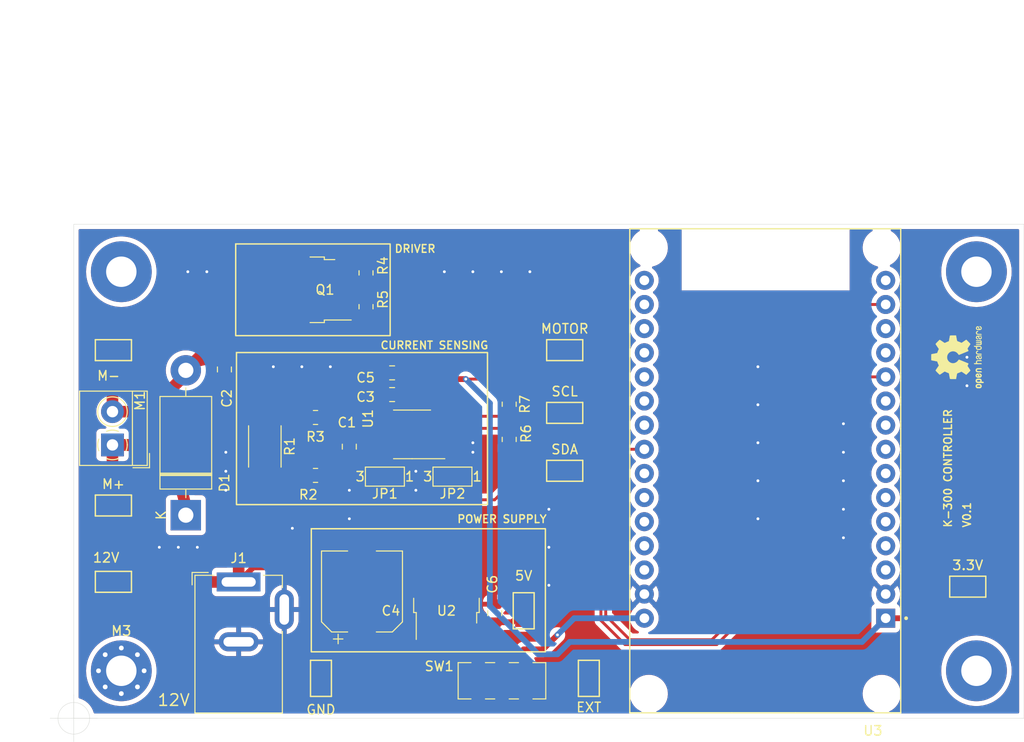
<source format=kicad_pcb>
(kicad_pcb (version 20211014) (generator pcbnew)
  (title_block (rev "1"))
  (layers (0 "F.Cu" signal "Front") (1 "In1.Cu" signal) (2 "In2.Cu" signal) (31 "B.Cu" signal "Back") (34 "B.Paste" user) (35 "F.Paste" user) (36 "B.SilkS" user "B.Silkscreen") (37 "F.SilkS" user "F.Silkscreen") (38 "B.Mask" user) (39 "F.Mask" user) (44 "Edge.Cuts" user))
  (net 0 "")
  (net 1 "Net-(C1-Pad1)")
  (net 2 "Net-(C1-Pad2)")
  (net 3 "Net-(C2-Pad1)")
  (net 4 "Net-(C2-Pad2)")
  (net 5 "GND")
  (net 6 "+3V3")
  (net 7 "+12V")
  (net 8 "+5V")
  (net 9 "Net-(JP1-Pad2)")
  (net 10 "Net-(JP2-Pad2)")
  (net 11 "Net-(Q1-Pad1)")
  (net 12 "/MOTOR")
  (net 13 "/SDA")
  (net 14 "/SCL")
  (net 15 "Net-(SW1-Pad1)")
  (net 16 "Net-(SW1-Pad2)")
  (footprint "Package_TO_SOT_SMD:TO-252-2" (layer "F.Cu") (at 109.22 136.398 90)
    (fp_text reference "U2")
    (fp_text value "MC78M05_TO252")
  )
  (footprint "Capacitor_SMD:C_0805_2012Metric" (layer "F.Cu") (at 85.852 113.284 90)
    (fp_text reference "C2")
    (fp_text value "1uF")
  )
  (footprint "Connector_BarrelJack:BarrelJack_GCT_DCJ200-10-A_Horizontal" (layer "F.Cu") (at 87.35 135.65)
    (fp_text reference "J1")
    (fp_text value "Barrel_Jack_Switch")
  )
  (footprint "TestPoint:TestPoint_Keystone_5015_Micro-Minature" (layer "F.Cu") (at 164.084 136.144)
    (fp_text reference "3.3V")
    (fp_text value "TestPoint")
  )
  (footprint "Capacitor_SMD:C_0805_2012Metric" (layer "F.Cu") (at 114.3 138.938 90)
    (fp_text reference "C6")
    (fp_text value "0.1uF")
  )
  (footprint "TestPoint:TestPoint_Keystone_5015_Micro-Minature" (layer "F.Cu") (at 117.348 138.684 90)
    (fp_text reference "5V")
    (fp_text value "TestPoint")
  )
  (footprint "TestPoint:TestPoint_Keystone_5015_Micro-Minature" (layer "F.Cu") (at 74.168 111.252)
    (fp_text reference "M-")
    (fp_text value "TestPoint")
  )
  (footprint "Jumper:SolderJumper-3_P1.3mm_Bridged12_Pad1.0x1.5mm_NumberLabels" (layer "F.Cu") (at 102.74 124.5635 180)
    (fp_text reference "JP1")
    (fp_text value "SolderJumper_3_Bridged12")
  )
  (footprint "MountingHole:MountingHole_3.2mm_M3_Pad_Via" (layer "F.Cu") (at 75 145)
    (fp_text reference "M3")
    (fp_text value "MountingHole_3.2mm_M3_Pad_Via")
  )
  (footprint "Resistor_SMD:R_0805_2012Metric" (layer "F.Cu") (at 115.824 116.9435 -90)
    (fp_text reference "R7")
    (fp_text value "4.7K")
  )
  (footprint "Symbol:OSHW-Logo2_7.3x6mm_Copper" (layer "F.Cu") (at 163 112 90)
    (fp_text reference "REF**" hide)
    (fp_text value "OSHW-Logo2_7.3x6mm_Copper" hide)
  )
  (footprint "Resistor_SMD:R_0805_2012Metric" (layer "F.Cu") (at 95.439 118.3405 180)
    (fp_text reference "R3")
    (fp_text value "0")
  )
  (footprint "TestPoint:TestPoint_Keystone_5015_Micro-Minature" (layer "F.Cu") (at 96.012 145.796 90)
    (fp_text reference "GND")
    (fp_text value "TestPoint")
  )
  (footprint "TestPoint:TestPoint_Keystone_5015_Micro-Minature" (layer "F.Cu") (at 121.666 123.952)
    (fp_text reference "SDA")
    (fp_text value "TestPoint")
  )
  (footprint "Capacitor_SMD:C_0805_2012Metric" (layer "F.Cu") (at 98.995 121.412 -90)
    (fp_text reference "C1")
    (fp_text value "DNP")
  )
  (footprint "Capacitor_SMD:C_0805_2012Metric" (layer "F.Cu") (at 103.502 115.9275 180)
    (fp_text reference "C3")
    (fp_text value "1uF")
  )
  (footprint "TestPoint:TestPoint_Keystone_5015_Micro-Minature" (layer "F.Cu") (at 74.168 127.604)
    (fp_text reference "M+")
    (fp_text value "TestPoint")
  )
  (footprint "Button_Switch_SMD:SW_DPDT_CK_JS202011JCQN" (layer "F.Cu") (at 115.062 146.05 180)
    (fp_text reference "SW1")
    (fp_text value "SW_DPDT_x2")
  )
  (footprint "" (layer "F.Cu") (at 75 103)
    (fp_text reference "")
    (fp_text value "")
  )
  (footprint "TestPoint:TestPoint_Keystone_5015_Micro-Minature" (layer "F.Cu") (at 74.168 135.636)
    (fp_text reference "12V")
    (fp_text value "TestPoint")
  )
  (footprint "Resistor_SMD:R_0805_2012Metric" (layer "F.Cu") (at 100.755 106.679 90)
    (fp_text reference "R5")
    (fp_text value "0")
  )
  (footprint "Package_TO_SOT_SMD:TO-252-2" (layer "F.Cu") (at 93.897 104.901 180)
    (fp_text reference "Q1")
    (fp_text value "STD7NK40Z")
  )
  (footprint "Resistor_SMD:R_0805_2012Metric" (layer "F.Cu") (at 95.439 124.4365 180)
    (fp_text reference "R2")
    (fp_text value "0")
  )
  (footprint "TestPoint:TestPoint_Keystone_5015_Micro-Minature" (layer "F.Cu") (at 121.666 117.856)
    (fp_text reference "SCL")
    (fp_text value "TestPoint")
  )
  (footprint "TerminalBlock_4Ucon:TerminalBlock_4Ucon_1x02_P3.50mm_Horizontal" (layer "F.Cu") (at 74.068 121.226 90)
    (fp_text reference "M1")
    (fp_text value "Motor_DC")
  )
  (footprint "TestPoint:TestPoint_Keystone_5015_Micro-Minature" (layer "F.Cu") (at 121.666 111.252)
    (fp_text reference "MOTOR")
    (fp_text value "TestPoint")
  )
  (footprint "Symbol:OSHW-Logo2_7.3x6mm_SilkScreen" (layer "F.Cu") (at 163 112 90)
    (fp_text reference "REF**" hide)
    (fp_text value "OSHW-Logo2_7.3x6mm_SilkScreen" hide)
  )
  (footprint "" (layer "F.Cu") (at 165 103)
    (fp_text reference "")
    (fp_text value "")
  )
  (footprint "TestPoint:TestPoint_Keystone_5015_Micro-Minature" (layer "F.Cu") (at 124.206 145.796 90)
    (fp_text reference "EXT")
    (fp_text value "TestPoint")
  )
  (footprint "Package_SO:SOIC-8_3.9x4.9mm_P1.27mm" (layer "F.Cu") (at 105.599 120.1185 180)
    (fp_text reference "U1")
    (fp_text value "INA219AxD")
  )
  (footprint "esp32:MODULE_ESP32_DEVKIT_V1" (layer "F.Cu") (at 142.748 123.952 180)
    (fp_text reference "U3")
    (fp_text value "ESP32-DEVKIT-V1")
  )
  (footprint "Capacitor_SMD:CP_Elec_8x10" (layer "F.Cu") (at 100.33 136.652 90)
    (fp_text reference "C4")
    (fp_text value "100uF")
  )
  (footprint "Resistor_SMD:R_0805_2012Metric" (layer "F.Cu") (at 100.755 103.123 90)
    (fp_text reference "R4")
    (fp_text value "10k")
  )
  (footprint "" (layer "F.Cu") (at 165 145)
    (fp_text reference "")
    (fp_text value "")
  )
  (footprint "Diode_THT:D_DO-201AD_P15.24mm_Horizontal" (layer "F.Cu") (at 81.788 128.62 90)
    (fp_text reference "D1")
    (fp_text value "1N5401")
  )
  (footprint "Resistor_SMD:R_2512_6332Metric" (layer "F.Cu") (at 90.105 121.3885 -90)
    (fp_text reference "R1")
    (fp_text value "R100")
  )
  (footprint "Capacitor_SMD:C_0805_2012Metric" (layer "F.Cu") (at 103.502 113.6415 180)
    (fp_text reference "C5")
    (fp_text value "0.1uF")
  )
  (footprint "Resistor_SMD:R_0805_2012Metric" (layer "F.Cu") (at 115.824 120.65 90)
    (fp_text reference "R6")
    (fp_text value "4.7K")
  )
  (footprint "Jumper:SolderJumper-3_P1.3mm_Bridged12_Pad1.0x1.5mm_NumberLabels" (layer "F.Cu") (at 109.852 124.5635 180)
    (fp_text reference "JP2")
    (fp_text value "SolderJumper_3_Bridged12")
  )
  (gr_rect (start 94.996 130.048) (end 119.634 143.002) (layer "F.SilkS") (width 0.1524) (fill none))
  (gr_rect (start 87.039 100.075) (end 103.295 109.727) (layer "F.SilkS") (width 0.1524) (fill none))
  (gr_rect (start 87.122 111.506) (end 113.538 127.508) (layer "F.SilkS") (width 0.1524) (fill none))
  (gr_rect (start 70 150) (end 170 98) (layer "Edge.Cuts") (width 0.0381) (fill none))
  (gr_text "CURRENT SENSING" (at 107.95 110.744) (layer "F.SilkS") (effects (font (size 0.8128 0.8128) (thickness 0.1524))))
  (gr_text "DRIVER" (at 105.918 100.584) (layer "F.SilkS") (effects (font (size 0.8128 0.8128) (thickness 0.1524))))
  (gr_text "K-300 CONTROLLER" (at 162 130 90) (layer "F.SilkS") (effects (font (size 0.8128 0.8128) (thickness 0.1524)) (justify left)))
  (gr_text "POWER SUPPLY" (at 115.062 129.032) (layer "F.SilkS") (effects (font (size 0.8128 0.8128) (thickness 0.1524))))
  (gr_text "V0.1" (at 164 130 90) (layer "F.SilkS") (effects (font (size 0.8128 0.8128) (thickness 0.1524)) (justify left)))
  (gr_text "12V" (at 80.518 148.082) (layer "F.SilkS") (effects (font (size 1.2192 1.2192) (thickness 0.1524))))
  (target plus (at 70 150) (size 5) (width 0.0381) (layer "Edge.Cuts"))
  (segment (start 96.60818 118.96018) (end 97.028 119.38) (width 0.6096) (layer "F.Cu") (net 1))
  (segment (start 100.343922 120.7535) (end 103.124 120.7535) (width 0.6096) (layer "F.Cu") (net 1))
  (arc (start 96.3515 118.3405) (mid 96.418209 118.675868) (end 96.60818 118.96018) (width 0.6096) (layer "F.Cu") (net 1))
  (arc (start 97.028 119.38) (mid 98.549358 120.396539) (end 100.343922 120.7535) (width 0.6096) (layer "F.Cu") (net 1))
  (segment (start 96.574946 123.897055) (end 97.028 123.444) (width 0.6096) (layer "F.Cu") (net 2))
  (segment (start 100.45739 122.0235) (end 103.124 122.0235) (width 0.6096) (layer "F.Cu") (net 2))
  (arc (start 97.028 123.444) (mid 98.601417 122.392676) (end 100.45739 122.0235) (width 0.6096) (layer "F.Cu") (net 2))
  (arc (start 96.3515 124.4365) (mid 96.409572 124.144554) (end 96.574946 123.897055) (width 0.6096) (layer "F.Cu") (net 2))
  (segment (start 84.704369 118.426) (end 90.105 118.426) (width 1.2192) (layer "F.Cu") (net 3))
  (segment (start 74.068 121.226) (end 74.068 127.362579) (width 1.2192) (layer "F.Cu") (net 3))
  (segment (start 94.5265 118.3405) (end 90.1905 118.3405) (width 0.6096) (layer "F.Cu") (net 3))
  (segment (start 74.068 121.226) (end 77.944573 121.226) (width 1.2192) (layer "F.Cu") (net 3))
  (segment (start 84.907305 116.514694) (end 81.788 119.634) (width 0.9144) (layer "F.Cu") (net 3))
  (segment (start 74.068 121.226) (end 75.119695 121.226) (width 1.2192) (layer "F.Cu") (net 3))
  (segment (start 79.248 122.936) (end 79.564856 123.252856) (width 1.2192) (layer "F.Cu") (net 3))
  (segment (start 90.1905 118.3405) (end 90.105 118.426) (width 0.6096) (layer "F.Cu") (net 3))
  (arc (start 74.068 127.362579) (mid 74.093989 127.493235) (end 74.168 127.604) (width 1.2192) (layer "F.Cu") (net 3))
  (arc (start 79.564856 123.252856) (mid 81.210224 125.715323) (end 81.788 128.62) (width 1.2192) (layer "F.Cu") (net 3))
  (arc (start 85.852 114.234) (mid 85.606482 115.468303) (end 84.907305 116.514694) (width 0.9144) (layer "F.Cu") (net 3))
  (arc (start 75.119695 121.226) (mid 77.353917 121.670415) (end 79.248 122.936) (width 1.2192) (layer "F.Cu") (net 3))
  (arc (start 81.788 119.634) (mid 83.126041 118.739949) (end 84.704369 118.426) (width 1.2192) (layer "F.Cu") (net 3))
  (arc (start 77.944573 121.226) (mid 80.024621 120.812252) (end 81.788 119.634) (width 1.2192) (layer "F.Cu") (net 3))
  (segment (start 74.068 117.726) (end 74.068 111.493421) (width 1.2192) (layer "F.Cu") (net 4))
  (segment (start 85.852 112.334) (end 84.313267 112.334) (width 0.9144) (layer "F.Cu") (net 4))
  (segment (start 78.74 116.84) (end 81.496671 114.083329) (width 1.2192) (layer "F.Cu") (net 4))
  (segment (start 89.185126 105.982873) (end 81.788 113.38) (width 1.2192) (layer "F.Cu") (net 4))
  (segment (start 74.068 117.726) (end 76.601007 117.726) (width 1.2192) (layer "F.Cu") (net 4))
  (arc (start 76.601007 117.726) (mid 77.758622 117.495736) (end 78.74 116.84) (width 1.2192) (layer "F.Cu") (net 4))
  (arc (start 81.496671 114.083329) (mid 81.712286 113.760639) (end 81.788 113.38) (width 1.2192) (layer "F.Cu") (net 4))
  (arc (start 91.797 104.901) (mid 90.383464 105.18217) (end 89.185126 105.982873) (width 1.2192) (layer "F.Cu") (net 4))
  (arc (start 74.068 111.493421) (mid 74.093989 111.362765) (end 74.168 111.252) (width 1.2192) (layer "F.Cu") (net 4))
  (arc (start 84.313267 112.334) (mid 82.946603 112.605846) (end 81.788 113.38) (width 0.9144) (layer "F.Cu") (net 4))
  (segment (start 100.755 102.2105) (end 99.088034 102.2105) (width 0.9144) (layer "F.Cu") (net 5))
  (via (at 84 103) (size 0.6) (drill 0.3) (layers "F.Cu" "B.Cu") (net 5))
  (via (at 142 113) (size 0.6) (drill 0.3) (layers "F.Cu" "B.Cu") (net 5))
  (via (at 120 128) (size 0.6) (drill 0.3) (layers "F.Cu" "B.Cu") (net 5))
  (via (at 81 132) (size 0.6) (drill 0.3) (layers "F.Cu" "B.Cu") (net 5))
  (via (at 115 103) (size 0.6) (drill 0.3) (layers "F.Cu" "B.Cu") (net 5))
  (via (at 82 103) (size 0.6) (drill 0.3) (layers "F.Cu" "B.Cu") (net 5))
  (via (at 86 124) (size 0.6) (drill 0.3) (layers "F.Cu" "B.Cu") (net 5))
  (via (at 142 129) (size 0.6) (drill 0.3) (layers "F.Cu" "B.Cu") (net 5))
  (via (at 151 125) (size 0.6) (drill 0.3) (layers "F.Cu" "B.Cu") (net 5))
  (via (at 112 103) (size 0.6) (drill 0.3) (layers "F.Cu" "B.Cu") (net 5))
  (via (at 94 113) (size 0.6) (drill 0.3) (layers "F.Cu" "B.Cu") (net 5))
  (via (at 99 129) (size 0.6) (drill 0.3) (layers "F.Cu" "B.Cu") (net 5))
  (via (at 164 115) (size 0.6) (drill 0.3) (layers "F.Cu" "B.Cu") (net 5))
  (via (at 112 122) (size 0.6) (drill 0.3) (layers "F.Cu" "B.Cu") (net 5))
  (via (at 109 103) (size 0.6) (drill 0.3) (layers "F.Cu" "B.Cu") (net 5))
  (via (at 142 125) (size 0.6) (drill 0.3) (layers "F.Cu" "B.Cu") (net 5))
  (via (at 86 122) (size 0.6) (drill 0.3) (layers "F.Cu" "B.Cu") (net 5))
  (via (at 142 121) (size 0.6) (drill 0.3) (layers "F.Cu" "B.Cu") (net 5))
  (via (at 120 132) (size 0.6) (drill 0.3) (layers "F.Cu" "B.Cu") (net 5))
  (via (at 151 119) (size 0.6) (drill 0.3) (layers "F.Cu" "B.Cu") (net 5))
  (via (at 106 126) (size 0.6) (drill 0.3) (layers "F.Cu" "B.Cu") (net 5))
  (via (at 164 112) (size 0.6) (drill 0.3) (layers "F.Cu" "B.Cu") (net 5))
  (via (at 79 132) (size 0.6) (drill 0.3) (layers "F.Cu" "B.Cu") (net 5))
  (via (at 83 132) (size 0.6) (drill 0.3) (layers "F.Cu" "B.Cu") (net 5))
  (via (at 142 117) (size 0.6) (drill 0.3) (layers "F.Cu" "B.Cu") (net 5))
  (via (at 97 113) (size 0.6) (drill 0.3) (layers "F.Cu" "B.Cu") (net 5))
  (via (at 120 136) (size 0.6) (drill 0.3) (layers "F.Cu" "B.Cu") (net 5))
  (via (at 151 122) (size 0.6) (drill 0.3) (layers "F.Cu" "B.Cu") (net 5))
  (via (at 91 113) (size 0.6) (drill 0.3) (layers "F.Cu" "B.Cu") (net 5))
  (via (at 86 126) (size 0.6) (drill 0.3) (layers "F.Cu" "B.Cu") (net 5))
  (via (at 106 124) (size 0.6) (drill 0.3) (layers "F.Cu" "B.Cu") (net 5))
  (via (at 93 130) (size 0.6) (drill 0.3) (layers "F.Cu" "B.Cu") (net 5))
  (via (at 118 103) (size 0.6) (drill 0.3) (layers "F.Cu" "B.Cu") (net 5))
  (via (at 112 121) (size 0.6) (drill 0.3) (layers "F.Cu" "B.Cu") (net 5))
  (via (at 151 128) (size 0.6) (drill 0.3) (layers "F.Cu" "B.Cu") (net 5))
  (via (at 99 126) (size 0.6) (drill 0.3) (layers "F.Cu" "B.Cu") (net 5))
  (via (at 151 131) (size 0.6) (drill 0.3) (layers "F.Cu" "B.Cu") (net 5))
  (arc (start 99.088034 102.2105) (mid 98.551691 102.317185) (end 98.097 102.621) (width 0.9144) (layer "F.Cu") (net 5))
  (segment (start 102.552 113.6415) (end 102.552 115.9275) (width 0.3048) (layer "F.Cu") (net 6))
  (segment (start 115.824 125.476) (end 114.3 127) (width 0.3048) (layer "F.Cu") (net 6))
  (segment (start 104.2905 118.2135) (end 103.124 118.2135) (width 0.6096) (layer "F.Cu") (net 6))
  (segment (start 102.616 117.7055) (end 102.616 115.9915) (width 0.3048) (layer "F.Cu") (net 6))
  (segment (start 160.761 139.467) (end 164.084 136.144) (width 0.6096) (layer "F.Cu") (net 6))
  (segment (start 101.44 124.5635) (end 101.44 123.5087) (width 0.3048) (layer "F.Cu") (net 6))
  (segment (start 104.14 122.936) (end 105.156 121.92) (width 0.3048) (layer "F.Cu") (net 6))
  (segment (start 155.448 139.467) (end 160.761 139.467) (width 0.6096) (layer "F.Cu") (net 6))
  (segment (start 108.204 114.3) (end 105.156 117.348) (width 0.6096) (layer "F.Cu") (net 6))
  (segment (start 111.252 114.3) (end 108.204 114.3) (width 0.6096) (layer "F.Cu") (net 6))
  (segment (start 115.824 116.031) (end 114.093 114.3) (width 0.3048) (layer "F.Cu") (net 6))
  (segment (start 115.824 121.5625) (end 115.824 125.476) (width 0.3048) (layer "F.Cu") (net 6))
  (segment (start 102.0127 122.936) (end 104.14 122.936) (width 0.3048) (layer "F.Cu") (net 6))
  (segment (start 101.44 126.332) (end 102.108 127) (width 0.3048) (layer "F.Cu") (net 6))
  (segment (start 103.124 118.2135) (end 102.616 117.7055) (width 0.3048) (layer "F.Cu") (net 6))
  (segment (start 103.9895 118.2135) (end 103.124 118.2135) (width 0.3048) (layer "F.Cu") (net 6))
  (segment (start 105.156 117.348) (end 104.2905 118.2135) (width 0.6096) (layer "F.Cu") (net 6))
  (segment (start 106.68 127) (end 107.188 127) (width 0.3048) (layer "F.Cu") (net 6))
  (segment (start 105.156 121.92) (end 105.156 117.348) (width 0.3048) (layer "F.Cu") (net 6))
  (segment (start 107.188 127) (end 108.552 125.636) (width 0.3048) (layer "F.Cu") (net 6))
  (segment (start 101.44 123.5087) (end 102.0127 122.936) (width 0.3048) (layer "F.Cu") (net 6))
  (segment (start 114.093 114.3) (end 111.252 114.3) (width 0.3048) (layer "F.Cu") (net 6))
  (segment (start 101.44 124.5635) (end 101.44 126.332) (width 0.3048) (layer "F.Cu") (net 6))
  (segment (start 102.108 127) (end 106.68 127) (width 0.3048) (layer "F.Cu") (net 6))
  (segment (start 114.3 127) (end 106.68 127) (width 0.3048) (layer "F.Cu") (net 6))
  (segment (start 102.616 115.9915) (end 102.552 115.9275) (width 0.3048) (layer "F.Cu") (net 6))
  (segment (start 108.552 125.636) (end 108.552 124.5635) (width 0.3048) (layer "F.Cu") (net 6))
  (via (at 111.252 114.3) (size 0.6) (drill 0.3) (layers "F.Cu" "B.Cu") (net 6))
  (segment (start 111.252 114.3) (end 113.792 116.84) (width 0.6096) (layer "B.Cu") (net 6))
  (segment (start 152.954881 141.960119) (end 155.448 139.467) (width 0.6096) (layer "B.Cu") (net 6))
  (segment (start 118.872 143.256) (end 120.904 143.256) (width 0.6096) (layer "B.Cu") (net 6))
  (segment (start 113.792 116.84) (end 113.792 138.176) (width 0.6096) (layer "B.Cu") (net 6))
  (segment (start 120.904 143.256) (end 122.199881 141.960119) (width 0.6096) (layer "B.Cu") (net 6))
  (segment (start 113.792 138.176) (end 118.872 143.256) (width 0.6096) (layer "B.Cu") (net 6))
  (segment (start 122.199881 141.960119) (end 152.954881 141.960119) (width 0.6096) (layer "B.Cu") (net 6))
  (segment (start 88.888 134.112) (end 87.35 135.65) (width 0.6096) (layer "F.Cu") (net 7))
  (segment (start 87.35 135.65) (end 74.182 135.65) (width 1.2192) (layer "F.Cu") (net 7))
  (segment (start 100.33 139.446) (end 94.996 134.112) (width 0.6096) (layer "F.Cu") (net 7))
  (segment (start 90.1905 124.4365) (end 90.105 124.351) (width 0.6096) (layer "F.Cu") (net 7))
  (segment (start 94.996 134.112) (end 88.888 134.112) (width 0.6096) (layer "F.Cu") (net 7))
  (segment (start 106.94 140.598) (end 101.026 140.598) (width 0.6096) (layer "F.Cu") (net 7))
  (segment (start 94.5265 124.4365) (end 90.1905 124.4365) (width 0.6096) (layer "F.Cu") (net 7))
  (segment (start 74.182 135.65) (end 74.168 135.636) (width 1.2192) (layer "F.Cu") (net 7))
  (segment (start 87.35 135.65) (end 87.35 132.92282) (width 1.2192) (layer "F.Cu") (net 7))
  (segment (start 101.026 140.598) (end 100.33 139.902) (width 0.6096) (layer "F.Cu") (net 7))
  (segment (start 90.105 126.271663) (end 90.105 124.351) (width 1.2192) (layer "F.Cu") (net 7))
  (segment (start 100.33 139.902) (end 100.33 139.446) (width 0.6096) (layer "F.Cu") (net 7))
  (arc (start 87.35 132.92282) (mid 87.686819 131.229515) (end 88.646 129.794) (width 1.2192) (layer "F.Cu") (net 7))
  (arc (start 88.646 129.794) (mid 89.725818 128.177938) (end 90.105 126.271663) (width 1.2192) (layer "F.Cu") (net 7))
  (segment (start 114.3 139.888) (end 112.21 139.888) (width 0.6096) (layer "F.Cu") (net 8))
  (segment (start 116.144 139.888) (end 117.348 138.684) (width 0.6096) (layer "F.Cu") (net 8))
  (segment (start 111.5 146.188) (end 112.562 147.25) (width 0.6096) (layer "F.Cu") (net 8))
  (segment (start 114.3 139.888) (end 116.144 139.888) (width 0.6096) (layer "F.Cu") (net 8))
  (segment (start 112.21 139.888) (end 111.5 140.598) (width 0.6096) (layer "F.Cu") (net 8))
  (segment (start 111.5 140.598) (end 111.5 146.188) (width 0.6096) (layer "F.Cu") (net 8))
  (segment (start 102.74 123.828) (end 103.124 123.444) (width 0.3048) (layer "F.Cu") (net 9))
  (segment (start 106.0685 122.0235) (end 108.074 122.0235) (width 0.3048) (layer "F.Cu") (net 9))
  (segment (start 103.124 123.444) (end 104.648 123.444) (width 0.3048) (layer "F.Cu") (net 9))
  (segment (start 102.74 124.5635) (end 102.74 123.828) (width 0.3048) (layer "F.Cu") (net 9))
  (segment (start 104.648 123.444) (end 106.0685 122.0235) (width 0.3048) (layer "F.Cu") (net 9))
  (segment (start 109.0695 120.7535) (end 109.852 121.536) (width 0.3048) (layer "F.Cu") (net 10))
  (segment (start 109.852 121.536) (end 109.852 124.5635) (width 0.3048) (layer "F.Cu") (net 10))
  (segment (start 108.074 120.7535) (end 109.0695 120.7535) (width 0.3048) (layer "F.Cu") (net 10))
  (segment (start 98.632212 106.645787) (end 98.097 107.181) (width 0.3048) (layer "F.Cu") (net 11))
  (segment (start 100.755 104.0355) (end 100.755 105.7665) (width 0.3048) (layer "F.Cu") (net 11))
  (arc (start 100.755 105.7665) (mid 99.606156 105.995019) (end 98.632212 106.645787) (width 0.3048) (layer "F.Cu") (net 11))
  (segment (start 121.666 111.252) (end 124.968 111.252) (width 0.3048) (layer "F.Cu") (net 12))
  (segment (start 110.97038 111.252) (end 121.666 111.252) (width 0.3048) (layer "F.Cu") (net 12))
  (segment (start 128.291 121.687) (end 130.048 121.687) (width 0.3048) (layer "F.Cu") (net 12))
  (segment (start 124.968 111.252) (end 127 113.284) (width 0.3048) (layer "F.Cu") (net 12))
  (segment (start 107.30988 107.5915) (end 110.97038 111.252) (width 0.3048) (layer "F.Cu") (net 12))
  (segment (start 127 113.284) (end 127 120.396) (width 0.3048) (layer "F.Cu") (net 12))
  (segment (start 100.755 107.5915) (end 107.30988 107.5915) (width 0.3048) (layer "F.Cu") (net 12))
  (segment (start 127 120.396) (end 128.291 121.687) (width 0.3048) (layer "F.Cu") (net 12))
  (segment (start 121.92 123.952) (end 125.476 127.508) (width 0.3048) (layer "F.Cu") (net 13))
  (segment (start 148.336 117.856) (end 152.125 114.067) (width 0.3048) (layer "F.Cu") (net 13))
  (segment (start 137.668 142.24) (end 148.336 131.572) (width 0.3048) (layer "F.Cu") (net 13))
  (segment (start 121.666 123.952) (end 121.92 123.952) (width 0.3048) (layer "F.Cu") (net 13))
  (segment (start 128.016 142.24) (end 137.668 142.24) (width 0.3048) (layer "F.Cu") (net 13))
  (segment (start 152.125 114.067) (end 155.448 114.067) (width 0.3048) (layer "F.Cu") (net 13))
  (segment (start 108.074 119.4835) (end 115.57 119.4835) (width 0.3048) (layer "F.Cu") (net 13))
  (segment (start 125.476 127.508) (end 125.476 139.7) (width 0.3048) (layer "F.Cu") (net 13))
  (segment (start 115.57 119.4835) (end 115.824 119.7375) (width 0.3048) (layer "F.Cu") (net 13))
  (segment (start 125.476 139.7) (end 128.016 142.24) (width 0.3048) (layer "F.Cu") (net 13))
  (segment (start 148.336 131.572) (end 148.336 117.856) (width 0.3048) (layer "F.Cu") (net 13))
  (segment (start 115.824 119.7375) (end 117.4515 119.7375) (width 0.3048) (layer "F.Cu") (net 13))
  (segment (start 117.4515 119.7375) (end 121.666 123.952) (width 0.3048) (layer "F.Cu") (net 13))
  (segment (start 125.984 119.38) (end 125.984 139.192) (width 0.3048) (layer "F.Cu") (net 14))
  (segment (start 125.984 139.192) (end 128.524 141.732) (width 0.3048) (layer "F.Cu") (net 14))
  (segment (start 128.524 141.732) (end 137.16 141.732) (width 0.3048) (layer "F.Cu") (net 14))
  (segment (start 115.4665 118.2135) (end 115.824 117.856) (width 0.3048) (layer "F.Cu") (net 14))
  (segment (start 124.46 117.856) (end 125.984 119.38) (width 0.3048) (layer "F.Cu") (net 14))
  (segment (start 147.828 109.728) (end 151.109 106.447) (width 0.3048) (layer "F.Cu") (net 14))
  (segment (start 147.828 131.064) (end 147.828 109.728) (width 0.3048) (layer "F.Cu") (net 14))
  (segment (start 137.16 141.732) (end 147.828 131.064) (width 0.3048) (layer "F.Cu") (net 14))
  (segment (start 151.109 106.447) (end 155.448 106.447) (width 0.3048) (layer "F.Cu") (net 14))
  (segment (start 121.666 117.856) (end 124.46 117.856) (width 0.3048) (layer "F.Cu") (net 14))
  (segment (start 115.824 117.856) (end 121.666 117.856) (width 0.3048) (layer "F.Cu") (net 14))
  (segment (start 108.074 118.2135) (end 115.4665 118.2135) (width 0.3048) (layer "F.Cu") (net 14))
  (segment (start 117.562 147.25) (end 122.752 147.25) (width 0.6096) (layer "F.Cu") (net 15))
  (segment (start 122.752 147.25) (end 124.206 145.796) (width 0.6096) (layer "F.Cu") (net 15))
  (segment (start 116.332 146.304) (end 115.386 147.25) (width 0.6096) (layer "F.Cu") (net 16))
  (segment (start 116.332 143.764) (end 116.332 146.304) (width 0.6096) (layer "F.Cu") (net 16))
  (segment (start 115.386 147.25) (end 115.062 147.25) (width 0.6096) (layer "F.Cu") (net 16))
  (segment (start 117.348 142.748) (end 116.332 143.764) (width 0.6096) (layer "F.Cu") (net 16))
  (segment (start 120.904 141.224) (end 119.38 142.748) (width 0.6096) (layer "F.Cu") (net 16))
  (segment (start 119.38 142.748) (end 117.348 142.748) (width 0.6096) (layer "F.Cu") (net 16))
  (via (at 120.904 141.224) (size 0.6) (drill 0.3) (layers "F.Cu" "B.Cu") (net 16))
  (segment (start 130.048 139.467) (end 122.661 139.467) (width 0.6096) (layer "B.Cu") (net 16))
  (segment (start 122.661 139.467) (end 120.904 141.224) (width 0.6096) (layer "B.Cu") (net 16))
  (zone (net 5) (net_name "GND") (layer "F.Cu") (connect_pads (clearance 0.508)) (min_thickness 0.254) (fill yes (thermal_gap 0.508) (thermal_bridge_width 0.508))
    (polygon (pts (xy 170 150) (xy 70 150) (xy 70 98) (xy 170 98)))
  )
  (zone (net 5) (net_name "GND") (layer "B.Cu") (connect_pads (clearance 0.508)) (min_thickness 0.254) (fill yes (thermal_gap 0.508) (thermal_bridge_width 0.508))
    (polygon (pts (xy 170 150) (xy 70 150) (xy 70 98) (xy 170 98)))
  )
)
</source>
